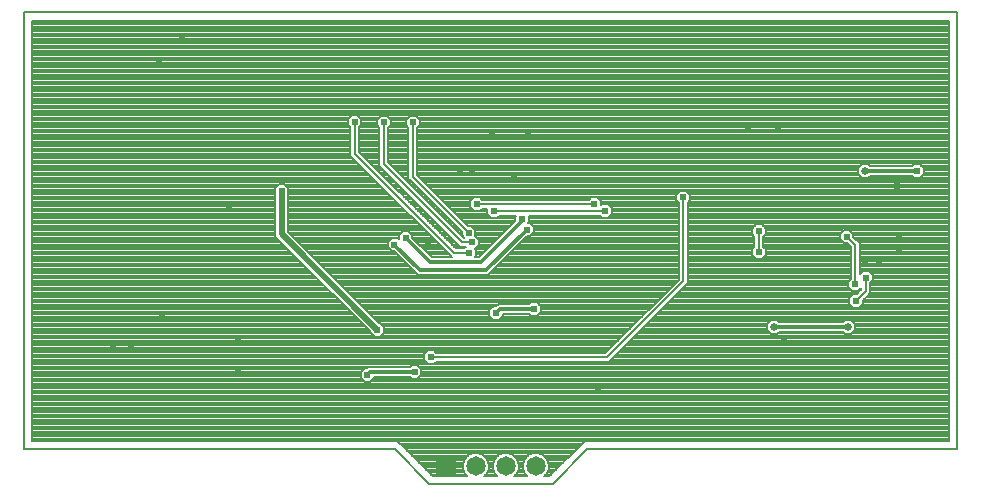
<source format=gbl>
G75*
%MOIN*%
%OFA0B0*%
%FSLAX25Y25*%
%IPPOS*%
%LPD*%
%AMOC8*
5,1,8,0,0,1.08239X$1,22.5*
%
%ADD10C,0.00600*%
%ADD11R,0.06500X0.06500*%
%ADD12C,0.06500*%
%ADD13C,0.02400*%
%ADD14C,0.01200*%
%ADD15C,0.00800*%
%ADD16C,0.02000*%
%ADD17C,0.02578*%
D10*
X0003112Y0018800D02*
X0003112Y0164469D01*
X0314136Y0164469D01*
X0314136Y0018800D01*
X0190812Y0018800D01*
X0179254Y0007200D01*
X0138112Y0007200D01*
X0126612Y0018800D01*
X0003112Y0018800D01*
D11*
X0143624Y0013200D03*
D12*
X0153624Y0013200D03*
X0163624Y0013200D03*
X0173624Y0013200D03*
D13*
X0191512Y0035800D03*
X0194512Y0038800D03*
X0160401Y0064211D03*
X0172912Y0065600D03*
X0151512Y0084300D03*
X0152312Y0087800D03*
X0151212Y0091100D03*
X0137812Y0087500D03*
X0130212Y0089300D03*
X0126512Y0087100D03*
X0154012Y0100500D03*
X0159612Y0098200D03*
X0169112Y0095600D03*
X0170612Y0092100D03*
X0193112Y0100500D03*
X0196612Y0098200D03*
X0222712Y0102800D03*
X0248012Y0091500D03*
X0248112Y0084500D03*
X0277212Y0089784D03*
X0276212Y0096500D03*
X0294712Y0090000D03*
X0294712Y0085200D03*
X0287912Y0081500D03*
X0283312Y0081500D03*
X0283612Y0076100D03*
X0280112Y0073800D03*
X0280412Y0068300D03*
X0256512Y0055800D03*
X0293912Y0106500D03*
X0300612Y0111600D03*
X0254512Y0125800D03*
X0244512Y0125800D03*
X0171112Y0124500D03*
X0159112Y0124500D03*
X0132612Y0127800D03*
X0122912Y0127800D03*
X0113212Y0127900D03*
X0148512Y0110800D03*
X0152512Y0110800D03*
X0166312Y0109900D03*
X0088873Y0104900D03*
X0071512Y0099800D03*
X0045612Y0130900D03*
X0039812Y0130900D03*
X0048112Y0148500D03*
X0055712Y0155600D03*
X0049112Y0063000D03*
X0038612Y0053500D03*
X0032712Y0053300D03*
X0074512Y0054800D03*
X0074512Y0044700D03*
X0117512Y0043695D03*
X0133212Y0044600D03*
X0138612Y0049500D03*
X0120823Y0058511D03*
D14*
X0118417Y0044600D02*
X0117512Y0043695D01*
X0118417Y0044600D02*
X0133212Y0044600D01*
X0160401Y0064211D02*
X0161791Y0065600D01*
X0172912Y0065600D01*
X0157012Y0078500D02*
X0135112Y0078500D01*
X0126512Y0087100D01*
X0130212Y0089300D02*
X0138312Y0081200D01*
X0155312Y0081200D01*
X0169112Y0095000D01*
X0169112Y0095600D01*
X0170612Y0092100D02*
X0157012Y0078500D01*
X0252925Y0059700D02*
X0277612Y0059700D01*
X0283312Y0111600D02*
X0300612Y0111600D01*
D15*
X0299059Y0109900D02*
X0299659Y0109300D01*
X0301565Y0109300D01*
X0302912Y0110647D01*
X0302912Y0112553D01*
X0301565Y0113900D01*
X0299659Y0113900D01*
X0299059Y0113300D01*
X0284991Y0113300D01*
X0284302Y0113989D01*
X0282323Y0113989D01*
X0280923Y0112590D01*
X0280923Y0110610D01*
X0282323Y0109211D01*
X0284302Y0109211D01*
X0284991Y0109900D01*
X0299059Y0109900D01*
X0299550Y0109409D02*
X0284500Y0109409D01*
X0282124Y0109409D02*
X0135024Y0109409D01*
X0135822Y0108611D02*
X0311436Y0108611D01*
X0311436Y0109409D02*
X0301674Y0109409D01*
X0302473Y0110208D02*
X0311436Y0110208D01*
X0311436Y0111006D02*
X0302912Y0111006D01*
X0302912Y0111805D02*
X0311436Y0111805D01*
X0311436Y0112603D02*
X0302861Y0112603D01*
X0302063Y0113402D02*
X0311436Y0113402D01*
X0311436Y0114201D02*
X0134112Y0114201D01*
X0134112Y0114999D02*
X0311436Y0114999D01*
X0311436Y0115798D02*
X0134112Y0115798D01*
X0134112Y0116596D02*
X0311436Y0116596D01*
X0311436Y0117395D02*
X0134112Y0117395D01*
X0134112Y0118193D02*
X0311436Y0118193D01*
X0311436Y0118992D02*
X0134112Y0118992D01*
X0134112Y0119790D02*
X0311436Y0119790D01*
X0311436Y0120589D02*
X0134112Y0120589D01*
X0134112Y0121387D02*
X0311436Y0121387D01*
X0311436Y0122186D02*
X0134112Y0122186D01*
X0134112Y0122984D02*
X0311436Y0122984D01*
X0311436Y0123783D02*
X0134112Y0123783D01*
X0134112Y0124581D02*
X0311436Y0124581D01*
X0311436Y0125380D02*
X0134112Y0125380D01*
X0134112Y0126047D02*
X0134912Y0126847D01*
X0134912Y0128753D01*
X0133565Y0130100D01*
X0131659Y0130100D01*
X0130312Y0128753D01*
X0130312Y0126847D01*
X0131112Y0126047D01*
X0131112Y0109079D01*
X0131991Y0108200D01*
X0148912Y0091279D01*
X0148912Y0090147D01*
X0149759Y0089300D01*
X0149733Y0089300D01*
X0124412Y0114621D01*
X0124412Y0126047D01*
X0125212Y0126847D01*
X0125212Y0128753D01*
X0123865Y0130100D01*
X0121959Y0130100D01*
X0120612Y0128753D01*
X0120612Y0126847D01*
X0121412Y0126047D01*
X0121412Y0113379D01*
X0148491Y0086300D01*
X0150259Y0086300D01*
X0149759Y0085800D01*
X0146933Y0085800D01*
X0114712Y0118021D01*
X0114712Y0126147D01*
X0115512Y0126947D01*
X0115512Y0128853D01*
X0114165Y0130200D01*
X0112259Y0130200D01*
X0110912Y0128853D01*
X0110912Y0126947D01*
X0111712Y0126147D01*
X0111712Y0116779D01*
X0145591Y0082900D01*
X0139016Y0082900D01*
X0132512Y0089404D01*
X0132512Y0090253D01*
X0131165Y0091600D01*
X0129259Y0091600D01*
X0127912Y0090253D01*
X0127912Y0088953D01*
X0127465Y0089400D01*
X0125559Y0089400D01*
X0124212Y0088053D01*
X0124212Y0086147D01*
X0125559Y0084800D01*
X0126408Y0084800D01*
X0133412Y0077796D01*
X0134408Y0076800D01*
X0157716Y0076800D01*
X0158712Y0077796D01*
X0170716Y0089800D01*
X0171565Y0089800D01*
X0172912Y0091147D01*
X0172912Y0093053D01*
X0171565Y0094400D01*
X0171165Y0094400D01*
X0171412Y0094647D01*
X0171412Y0096553D01*
X0171265Y0096700D01*
X0194859Y0096700D01*
X0195659Y0095900D01*
X0197565Y0095900D01*
X0198912Y0097247D01*
X0198912Y0099153D01*
X0197565Y0100500D01*
X0195659Y0100500D01*
X0195412Y0100253D01*
X0195412Y0101453D01*
X0194065Y0102800D01*
X0192159Y0102800D01*
X0191359Y0102000D01*
X0155765Y0102000D01*
X0154965Y0102800D01*
X0153059Y0102800D01*
X0151712Y0101453D01*
X0151712Y0099547D01*
X0153059Y0098200D01*
X0154965Y0098200D01*
X0155765Y0099000D01*
X0157312Y0099000D01*
X0157312Y0097247D01*
X0158659Y0095900D01*
X0160565Y0095900D01*
X0161365Y0096700D01*
X0166959Y0096700D01*
X0166812Y0096553D01*
X0166812Y0095104D01*
X0154608Y0082900D01*
X0153365Y0082900D01*
X0153812Y0083347D01*
X0153812Y0085253D01*
X0153415Y0085650D01*
X0154612Y0086847D01*
X0154612Y0088753D01*
X0153365Y0090000D01*
X0153512Y0090147D01*
X0153512Y0092053D01*
X0152165Y0093400D01*
X0151033Y0093400D01*
X0134112Y0110321D01*
X0134112Y0126047D01*
X0134243Y0126178D02*
X0311436Y0126178D01*
X0311436Y0126977D02*
X0134912Y0126977D01*
X0134912Y0127775D02*
X0311436Y0127775D01*
X0311436Y0128574D02*
X0134912Y0128574D01*
X0134293Y0129372D02*
X0311436Y0129372D01*
X0311436Y0130171D02*
X0114194Y0130171D01*
X0114993Y0129372D02*
X0121232Y0129372D01*
X0120612Y0128574D02*
X0115512Y0128574D01*
X0115512Y0127775D02*
X0120612Y0127775D01*
X0120612Y0126977D02*
X0115512Y0126977D01*
X0114743Y0126178D02*
X0121281Y0126178D01*
X0121412Y0125380D02*
X0114712Y0125380D01*
X0114712Y0124581D02*
X0121412Y0124581D01*
X0121412Y0123783D02*
X0114712Y0123783D01*
X0114712Y0122984D02*
X0121412Y0122984D01*
X0121412Y0122186D02*
X0114712Y0122186D01*
X0114712Y0121387D02*
X0121412Y0121387D01*
X0121412Y0120589D02*
X0114712Y0120589D01*
X0114712Y0119790D02*
X0121412Y0119790D01*
X0121412Y0118992D02*
X0114712Y0118992D01*
X0114712Y0118193D02*
X0121412Y0118193D01*
X0121412Y0117395D02*
X0115339Y0117395D01*
X0116137Y0116596D02*
X0121412Y0116596D01*
X0121412Y0115798D02*
X0116936Y0115798D01*
X0117734Y0114999D02*
X0121412Y0114999D01*
X0121412Y0114201D02*
X0118533Y0114201D01*
X0119331Y0113402D02*
X0121412Y0113402D01*
X0122187Y0112603D02*
X0120130Y0112603D01*
X0120928Y0111805D02*
X0122986Y0111805D01*
X0123784Y0111006D02*
X0121727Y0111006D01*
X0122525Y0110208D02*
X0124583Y0110208D01*
X0125381Y0109409D02*
X0123324Y0109409D01*
X0124122Y0108611D02*
X0126180Y0108611D01*
X0126978Y0107812D02*
X0124921Y0107812D01*
X0125719Y0107014D02*
X0127777Y0107014D01*
X0128575Y0106215D02*
X0126518Y0106215D01*
X0127316Y0105417D02*
X0129374Y0105417D01*
X0130172Y0104618D02*
X0128115Y0104618D01*
X0128914Y0103820D02*
X0130971Y0103820D01*
X0131769Y0103021D02*
X0129712Y0103021D01*
X0130511Y0102223D02*
X0132568Y0102223D01*
X0133366Y0101424D02*
X0131309Y0101424D01*
X0132108Y0100626D02*
X0134165Y0100626D01*
X0134963Y0099827D02*
X0132906Y0099827D01*
X0133705Y0099029D02*
X0135762Y0099029D01*
X0136560Y0098230D02*
X0134503Y0098230D01*
X0135302Y0097432D02*
X0137359Y0097432D01*
X0138157Y0096633D02*
X0136100Y0096633D01*
X0136899Y0095835D02*
X0138956Y0095835D01*
X0139754Y0095036D02*
X0137697Y0095036D01*
X0138496Y0094238D02*
X0140553Y0094238D01*
X0141352Y0093439D02*
X0139294Y0093439D01*
X0140093Y0092641D02*
X0142150Y0092641D01*
X0142949Y0091842D02*
X0140891Y0091842D01*
X0141690Y0091044D02*
X0143747Y0091044D01*
X0144546Y0090245D02*
X0142488Y0090245D01*
X0143287Y0089447D02*
X0145344Y0089447D01*
X0146143Y0088648D02*
X0144085Y0088648D01*
X0144884Y0087850D02*
X0146941Y0087850D01*
X0147740Y0087051D02*
X0145682Y0087051D01*
X0146481Y0086253D02*
X0150212Y0086253D01*
X0149112Y0087800D02*
X0122912Y0114000D01*
X0122912Y0127800D01*
X0124543Y0126178D02*
X0130981Y0126178D01*
X0131112Y0125380D02*
X0124412Y0125380D01*
X0124412Y0124581D02*
X0131112Y0124581D01*
X0131112Y0123783D02*
X0124412Y0123783D01*
X0124412Y0122984D02*
X0131112Y0122984D01*
X0131112Y0122186D02*
X0124412Y0122186D01*
X0124412Y0121387D02*
X0131112Y0121387D01*
X0131112Y0120589D02*
X0124412Y0120589D01*
X0124412Y0119790D02*
X0131112Y0119790D01*
X0131112Y0118992D02*
X0124412Y0118992D01*
X0124412Y0118193D02*
X0131112Y0118193D01*
X0131112Y0117395D02*
X0124412Y0117395D01*
X0124412Y0116596D02*
X0131112Y0116596D01*
X0131112Y0115798D02*
X0124412Y0115798D01*
X0124412Y0114999D02*
X0131112Y0114999D01*
X0131112Y0114201D02*
X0124833Y0114201D01*
X0125631Y0113402D02*
X0131112Y0113402D01*
X0131112Y0112603D02*
X0126430Y0112603D01*
X0127228Y0111805D02*
X0131112Y0111805D01*
X0131112Y0111006D02*
X0128027Y0111006D01*
X0128825Y0110208D02*
X0131112Y0110208D01*
X0131112Y0109409D02*
X0129624Y0109409D01*
X0130422Y0108611D02*
X0131580Y0108611D01*
X0131221Y0107812D02*
X0132378Y0107812D01*
X0132019Y0107014D02*
X0133177Y0107014D01*
X0132818Y0106215D02*
X0133975Y0106215D01*
X0133616Y0105417D02*
X0134774Y0105417D01*
X0134415Y0104618D02*
X0135572Y0104618D01*
X0135214Y0103820D02*
X0136371Y0103820D01*
X0136012Y0103021D02*
X0137169Y0103021D01*
X0136811Y0102223D02*
X0137968Y0102223D01*
X0137609Y0101424D02*
X0138766Y0101424D01*
X0138408Y0100626D02*
X0139565Y0100626D01*
X0139206Y0099827D02*
X0140363Y0099827D01*
X0140005Y0099029D02*
X0141162Y0099029D01*
X0140803Y0098230D02*
X0141960Y0098230D01*
X0141602Y0097432D02*
X0142759Y0097432D01*
X0142400Y0096633D02*
X0143557Y0096633D01*
X0143199Y0095835D02*
X0144356Y0095835D01*
X0143997Y0095036D02*
X0145154Y0095036D01*
X0144796Y0094238D02*
X0145953Y0094238D01*
X0145594Y0093439D02*
X0146752Y0093439D01*
X0146393Y0092641D02*
X0147550Y0092641D01*
X0147191Y0091842D02*
X0148349Y0091842D01*
X0147990Y0091044D02*
X0148912Y0091044D01*
X0148912Y0090245D02*
X0148788Y0090245D01*
X0149587Y0089447D02*
X0149613Y0089447D01*
X0149112Y0087800D02*
X0152312Y0087800D01*
X0153918Y0089447D02*
X0161155Y0089447D01*
X0161953Y0090245D02*
X0153512Y0090245D01*
X0153512Y0091044D02*
X0162752Y0091044D01*
X0163550Y0091842D02*
X0153512Y0091842D01*
X0152924Y0092641D02*
X0164349Y0092641D01*
X0165147Y0093439D02*
X0150994Y0093439D01*
X0150196Y0094238D02*
X0165946Y0094238D01*
X0166744Y0095036D02*
X0149397Y0095036D01*
X0148599Y0095835D02*
X0166812Y0095835D01*
X0166893Y0096633D02*
X0161298Y0096633D01*
X0159612Y0098200D02*
X0196612Y0098200D01*
X0198237Y0099827D02*
X0221212Y0099827D01*
X0221212Y0099029D02*
X0198912Y0099029D01*
X0198912Y0098230D02*
X0221212Y0098230D01*
X0221212Y0097432D02*
X0198912Y0097432D01*
X0198298Y0096633D02*
X0221212Y0096633D01*
X0221212Y0095835D02*
X0171412Y0095835D01*
X0171412Y0095036D02*
X0221212Y0095036D01*
X0221212Y0094238D02*
X0171727Y0094238D01*
X0172526Y0093439D02*
X0221212Y0093439D01*
X0221212Y0092641D02*
X0172912Y0092641D01*
X0172912Y0091842D02*
X0221212Y0091842D01*
X0221212Y0091044D02*
X0172808Y0091044D01*
X0172010Y0090245D02*
X0221212Y0090245D01*
X0221212Y0089447D02*
X0170363Y0089447D01*
X0169564Y0088648D02*
X0221212Y0088648D01*
X0221212Y0087850D02*
X0168766Y0087850D01*
X0167967Y0087051D02*
X0221212Y0087051D01*
X0221212Y0086253D02*
X0167169Y0086253D01*
X0166370Y0085454D02*
X0221212Y0085454D01*
X0221212Y0084656D02*
X0165572Y0084656D01*
X0164773Y0083857D02*
X0221212Y0083857D01*
X0221212Y0083059D02*
X0163975Y0083059D01*
X0163176Y0082260D02*
X0221212Y0082260D01*
X0221212Y0081462D02*
X0162378Y0081462D01*
X0161579Y0080663D02*
X0221212Y0080663D01*
X0221212Y0079865D02*
X0160781Y0079865D01*
X0159982Y0079066D02*
X0221212Y0079066D01*
X0221212Y0078268D02*
X0159184Y0078268D01*
X0158385Y0077469D02*
X0221212Y0077469D01*
X0221212Y0076670D02*
X0105633Y0076670D01*
X0106431Y0075872D02*
X0221212Y0075872D01*
X0221212Y0075421D02*
X0196791Y0051000D01*
X0140365Y0051000D01*
X0139565Y0051800D01*
X0137659Y0051800D01*
X0136312Y0050453D01*
X0136312Y0048547D01*
X0137659Y0047200D01*
X0139565Y0047200D01*
X0140365Y0048000D01*
X0198033Y0048000D01*
X0224212Y0074179D01*
X0224212Y0101047D01*
X0225012Y0101847D01*
X0225012Y0103753D01*
X0223665Y0105100D01*
X0221759Y0105100D01*
X0220412Y0103753D01*
X0220412Y0101847D01*
X0221212Y0101047D01*
X0221212Y0075421D01*
X0220864Y0075073D02*
X0107230Y0075073D01*
X0108028Y0074275D02*
X0220066Y0074275D01*
X0219267Y0073476D02*
X0108827Y0073476D01*
X0109625Y0072678D02*
X0218469Y0072678D01*
X0217670Y0071879D02*
X0110424Y0071879D01*
X0111222Y0071081D02*
X0216872Y0071081D01*
X0216073Y0070282D02*
X0112021Y0070282D01*
X0112819Y0069484D02*
X0215275Y0069484D01*
X0214476Y0068685D02*
X0113618Y0068685D01*
X0114416Y0067887D02*
X0171946Y0067887D01*
X0171959Y0067900D02*
X0171359Y0067300D01*
X0161087Y0067300D01*
X0160297Y0066511D01*
X0159449Y0066511D01*
X0158101Y0065163D01*
X0158101Y0063258D01*
X0159449Y0061911D01*
X0161354Y0061911D01*
X0162701Y0063258D01*
X0162701Y0063900D01*
X0171359Y0063900D01*
X0171959Y0063300D01*
X0173865Y0063300D01*
X0175212Y0064647D01*
X0175212Y0066553D01*
X0173865Y0067900D01*
X0171959Y0067900D01*
X0173878Y0067887D02*
X0213678Y0067887D01*
X0212879Y0067088D02*
X0174676Y0067088D01*
X0175212Y0066290D02*
X0212081Y0066290D01*
X0211282Y0065491D02*
X0175212Y0065491D01*
X0175212Y0064693D02*
X0210484Y0064693D01*
X0209685Y0063894D02*
X0174459Y0063894D01*
X0171365Y0063894D02*
X0162701Y0063894D01*
X0162539Y0063096D02*
X0208887Y0063096D01*
X0208088Y0062297D02*
X0161741Y0062297D01*
X0159062Y0062297D02*
X0120006Y0062297D01*
X0120804Y0061499D02*
X0207290Y0061499D01*
X0206491Y0060700D02*
X0121886Y0060700D01*
X0121775Y0060811D02*
X0121493Y0060811D01*
X0090973Y0091330D01*
X0090973Y0103747D01*
X0091173Y0103947D01*
X0091173Y0105853D01*
X0089825Y0107200D01*
X0087920Y0107200D01*
X0086573Y0105853D01*
X0086573Y0103947D01*
X0086773Y0103747D01*
X0086773Y0089591D01*
X0118523Y0057841D01*
X0118523Y0057558D01*
X0119870Y0056211D01*
X0121775Y0056211D01*
X0123123Y0057558D01*
X0123123Y0059463D01*
X0121775Y0060811D01*
X0122684Y0059902D02*
X0205692Y0059902D01*
X0204894Y0059103D02*
X0123123Y0059103D01*
X0123123Y0058305D02*
X0204095Y0058305D01*
X0203297Y0057506D02*
X0123071Y0057506D01*
X0122272Y0056708D02*
X0202498Y0056708D01*
X0201700Y0055909D02*
X0005812Y0055909D01*
X0005812Y0055111D02*
X0200901Y0055111D01*
X0200103Y0054312D02*
X0005812Y0054312D01*
X0005812Y0053514D02*
X0199304Y0053514D01*
X0198506Y0052715D02*
X0005812Y0052715D01*
X0005812Y0051917D02*
X0197707Y0051917D01*
X0196909Y0051118D02*
X0140247Y0051118D01*
X0138612Y0049500D02*
X0197412Y0049500D01*
X0222712Y0074800D01*
X0222712Y0102800D01*
X0220412Y0103021D02*
X0141412Y0103021D01*
X0142211Y0102223D02*
X0152482Y0102223D01*
X0151712Y0101424D02*
X0143009Y0101424D01*
X0143808Y0100626D02*
X0151712Y0100626D01*
X0151712Y0099827D02*
X0144606Y0099827D01*
X0145405Y0099029D02*
X0152231Y0099029D01*
X0153029Y0098230D02*
X0146203Y0098230D01*
X0147002Y0097432D02*
X0157312Y0097432D01*
X0157312Y0098230D02*
X0154995Y0098230D01*
X0154012Y0100500D02*
X0193112Y0100500D01*
X0195412Y0100626D02*
X0221212Y0100626D01*
X0220835Y0101424D02*
X0195412Y0101424D01*
X0194642Y0102223D02*
X0220412Y0102223D01*
X0220479Y0103820D02*
X0140614Y0103820D01*
X0139815Y0104618D02*
X0221278Y0104618D01*
X0224146Y0104618D02*
X0311436Y0104618D01*
X0311436Y0103820D02*
X0224945Y0103820D01*
X0225012Y0103021D02*
X0311436Y0103021D01*
X0311436Y0102223D02*
X0225012Y0102223D01*
X0224589Y0101424D02*
X0311436Y0101424D01*
X0311436Y0100626D02*
X0224212Y0100626D01*
X0224212Y0099827D02*
X0311436Y0099827D01*
X0311436Y0099029D02*
X0224212Y0099029D01*
X0224212Y0098230D02*
X0311436Y0098230D01*
X0311436Y0097432D02*
X0224212Y0097432D01*
X0224212Y0096633D02*
X0311436Y0096633D01*
X0311436Y0095835D02*
X0224212Y0095835D01*
X0224212Y0095036D02*
X0311436Y0095036D01*
X0311436Y0094238D02*
X0224212Y0094238D01*
X0224212Y0093439D02*
X0246699Y0093439D01*
X0247059Y0093800D02*
X0245712Y0092453D01*
X0245712Y0090547D01*
X0246512Y0089747D01*
X0246512Y0086153D01*
X0245812Y0085453D01*
X0245812Y0083547D01*
X0247159Y0082200D01*
X0249065Y0082200D01*
X0250412Y0083547D01*
X0250412Y0085453D01*
X0249512Y0086353D01*
X0249512Y0089747D01*
X0250312Y0090547D01*
X0250312Y0092453D01*
X0248965Y0093800D01*
X0247059Y0093800D01*
X0245900Y0092641D02*
X0224212Y0092641D01*
X0224212Y0091842D02*
X0245712Y0091842D01*
X0245712Y0091044D02*
X0224212Y0091044D01*
X0224212Y0090245D02*
X0246014Y0090245D01*
X0246512Y0089447D02*
X0224212Y0089447D01*
X0224212Y0088648D02*
X0246512Y0088648D01*
X0246512Y0087850D02*
X0224212Y0087850D01*
X0224212Y0087051D02*
X0246512Y0087051D01*
X0246512Y0086253D02*
X0224212Y0086253D01*
X0224212Y0085454D02*
X0245813Y0085454D01*
X0245812Y0084656D02*
X0224212Y0084656D01*
X0224212Y0083857D02*
X0245812Y0083857D01*
X0246301Y0083059D02*
X0224212Y0083059D01*
X0224212Y0082260D02*
X0247099Y0082260D01*
X0249125Y0082260D02*
X0278612Y0082260D01*
X0278612Y0081462D02*
X0224212Y0081462D01*
X0224212Y0080663D02*
X0278612Y0080663D01*
X0278612Y0079865D02*
X0224212Y0079865D01*
X0224212Y0079066D02*
X0278612Y0079066D01*
X0278612Y0078268D02*
X0224212Y0078268D01*
X0224212Y0077469D02*
X0278612Y0077469D01*
X0278612Y0076670D02*
X0224212Y0076670D01*
X0224212Y0075872D02*
X0278612Y0075872D01*
X0278612Y0075553D02*
X0277812Y0074753D01*
X0277812Y0072847D01*
X0279159Y0071500D01*
X0281065Y0071500D01*
X0282112Y0072547D01*
X0282112Y0072121D01*
X0280591Y0070600D01*
X0279459Y0070600D01*
X0278112Y0069253D01*
X0278112Y0067347D01*
X0279459Y0066000D01*
X0281365Y0066000D01*
X0282712Y0067347D01*
X0282712Y0068479D01*
X0284233Y0070000D01*
X0285112Y0070879D01*
X0285112Y0074347D01*
X0285912Y0075147D01*
X0285912Y0077053D01*
X0284565Y0078400D01*
X0282659Y0078400D01*
X0281612Y0077353D01*
X0281612Y0087506D01*
X0279512Y0089606D01*
X0279512Y0090737D01*
X0278165Y0092084D01*
X0276259Y0092084D01*
X0274912Y0090737D01*
X0274912Y0088832D01*
X0276259Y0087484D01*
X0277391Y0087484D01*
X0278612Y0086263D01*
X0278612Y0075553D01*
X0278133Y0075073D02*
X0224212Y0075073D01*
X0224212Y0074275D02*
X0277812Y0074275D01*
X0277812Y0073476D02*
X0223510Y0073476D01*
X0222711Y0072678D02*
X0277981Y0072678D01*
X0278780Y0071879D02*
X0221913Y0071879D01*
X0221114Y0071081D02*
X0281072Y0071081D01*
X0281444Y0071879D02*
X0281870Y0071879D01*
X0283612Y0071500D02*
X0283612Y0076100D01*
X0285912Y0075872D02*
X0311436Y0075872D01*
X0311436Y0076670D02*
X0285912Y0076670D01*
X0285496Y0077469D02*
X0311436Y0077469D01*
X0311436Y0078268D02*
X0284697Y0078268D01*
X0282527Y0078268D02*
X0281612Y0078268D01*
X0281612Y0079066D02*
X0311436Y0079066D01*
X0311436Y0079865D02*
X0281612Y0079865D01*
X0281612Y0080663D02*
X0311436Y0080663D01*
X0311436Y0081462D02*
X0281612Y0081462D01*
X0281612Y0082260D02*
X0311436Y0082260D01*
X0311436Y0083059D02*
X0281612Y0083059D01*
X0281612Y0083857D02*
X0311436Y0083857D01*
X0311436Y0084656D02*
X0281612Y0084656D01*
X0281612Y0085454D02*
X0311436Y0085454D01*
X0311436Y0086253D02*
X0281612Y0086253D01*
X0281612Y0087051D02*
X0311436Y0087051D01*
X0311436Y0087850D02*
X0281268Y0087850D01*
X0280469Y0088648D02*
X0311436Y0088648D01*
X0311436Y0089447D02*
X0279671Y0089447D01*
X0279512Y0090245D02*
X0311436Y0090245D01*
X0311436Y0091044D02*
X0279205Y0091044D01*
X0278407Y0091842D02*
X0311436Y0091842D01*
X0311436Y0092641D02*
X0250124Y0092641D01*
X0250312Y0091842D02*
X0276017Y0091842D01*
X0275219Y0091044D02*
X0250312Y0091044D01*
X0250010Y0090245D02*
X0274912Y0090245D01*
X0274912Y0089447D02*
X0249512Y0089447D01*
X0249512Y0088648D02*
X0275095Y0088648D01*
X0275894Y0087850D02*
X0249512Y0087850D01*
X0249512Y0087051D02*
X0277824Y0087051D01*
X0278612Y0086253D02*
X0249612Y0086253D01*
X0250411Y0085454D02*
X0278612Y0085454D01*
X0278612Y0084656D02*
X0250412Y0084656D01*
X0250412Y0083857D02*
X0278612Y0083857D01*
X0278612Y0083059D02*
X0249923Y0083059D01*
X0248112Y0084500D02*
X0248012Y0084600D01*
X0248012Y0091500D01*
X0249326Y0093439D02*
X0311436Y0093439D01*
X0311436Y0105417D02*
X0139016Y0105417D01*
X0138218Y0106215D02*
X0311436Y0106215D01*
X0311436Y0107014D02*
X0137419Y0107014D01*
X0136621Y0107812D02*
X0311436Y0107812D01*
X0299161Y0113402D02*
X0284889Y0113402D01*
X0281736Y0113402D02*
X0134112Y0113402D01*
X0134112Y0112603D02*
X0280937Y0112603D01*
X0280923Y0111805D02*
X0134112Y0111805D01*
X0134112Y0111006D02*
X0280923Y0111006D01*
X0281326Y0110208D02*
X0134225Y0110208D01*
X0132612Y0109700D02*
X0132612Y0127800D01*
X0130312Y0127775D02*
X0125212Y0127775D01*
X0125212Y0126977D02*
X0130312Y0126977D01*
X0130312Y0128574D02*
X0125212Y0128574D01*
X0124593Y0129372D02*
X0130932Y0129372D01*
X0113212Y0127900D02*
X0113212Y0117400D01*
X0146312Y0084300D01*
X0151512Y0084300D01*
X0153812Y0084656D02*
X0156364Y0084656D01*
X0157162Y0085454D02*
X0153611Y0085454D01*
X0154017Y0086253D02*
X0157961Y0086253D01*
X0158759Y0087051D02*
X0154612Y0087051D01*
X0154612Y0087850D02*
X0159558Y0087850D01*
X0160356Y0088648D02*
X0154612Y0088648D01*
X0151212Y0091100D02*
X0132612Y0109700D01*
X0123872Y0104618D02*
X0091173Y0104618D01*
X0091173Y0105417D02*
X0123074Y0105417D01*
X0122275Y0106215D02*
X0090810Y0106215D01*
X0090011Y0107014D02*
X0121477Y0107014D01*
X0120678Y0107812D02*
X0005812Y0107812D01*
X0005812Y0107014D02*
X0087734Y0107014D01*
X0086935Y0106215D02*
X0005812Y0106215D01*
X0005812Y0105417D02*
X0086573Y0105417D01*
X0086573Y0104618D02*
X0005812Y0104618D01*
X0005812Y0103820D02*
X0086700Y0103820D01*
X0086773Y0103021D02*
X0005812Y0103021D01*
X0005812Y0102223D02*
X0086773Y0102223D01*
X0086773Y0101424D02*
X0005812Y0101424D01*
X0005812Y0100626D02*
X0086773Y0100626D01*
X0086773Y0099827D02*
X0005812Y0099827D01*
X0005812Y0099029D02*
X0086773Y0099029D01*
X0086773Y0098230D02*
X0005812Y0098230D01*
X0005812Y0097432D02*
X0086773Y0097432D01*
X0086773Y0096633D02*
X0005812Y0096633D01*
X0005812Y0095835D02*
X0086773Y0095835D01*
X0086773Y0095036D02*
X0005812Y0095036D01*
X0005812Y0094238D02*
X0086773Y0094238D01*
X0086773Y0093439D02*
X0005812Y0093439D01*
X0005812Y0092641D02*
X0086773Y0092641D01*
X0086773Y0091842D02*
X0005812Y0091842D01*
X0005812Y0091044D02*
X0086773Y0091044D01*
X0086773Y0090245D02*
X0005812Y0090245D01*
X0005812Y0089447D02*
X0086917Y0089447D01*
X0087715Y0088648D02*
X0005812Y0088648D01*
X0005812Y0087850D02*
X0088514Y0087850D01*
X0089312Y0087051D02*
X0005812Y0087051D01*
X0005812Y0086253D02*
X0090111Y0086253D01*
X0090909Y0085454D02*
X0005812Y0085454D01*
X0005812Y0084656D02*
X0091708Y0084656D01*
X0092506Y0083857D02*
X0005812Y0083857D01*
X0005812Y0083059D02*
X0093305Y0083059D01*
X0094103Y0082260D02*
X0005812Y0082260D01*
X0005812Y0081462D02*
X0094902Y0081462D01*
X0095700Y0080663D02*
X0005812Y0080663D01*
X0005812Y0079865D02*
X0096499Y0079865D01*
X0097297Y0079066D02*
X0005812Y0079066D01*
X0005812Y0078268D02*
X0098096Y0078268D01*
X0098894Y0077469D02*
X0005812Y0077469D01*
X0005812Y0076670D02*
X0099693Y0076670D01*
X0100491Y0075872D02*
X0005812Y0075872D01*
X0005812Y0075073D02*
X0101290Y0075073D01*
X0102089Y0074275D02*
X0005812Y0074275D01*
X0005812Y0073476D02*
X0102887Y0073476D01*
X0103686Y0072678D02*
X0005812Y0072678D01*
X0005812Y0071879D02*
X0104484Y0071879D01*
X0105283Y0071081D02*
X0005812Y0071081D01*
X0005812Y0070282D02*
X0106081Y0070282D01*
X0106880Y0069484D02*
X0005812Y0069484D01*
X0005812Y0068685D02*
X0107678Y0068685D01*
X0108477Y0067887D02*
X0005812Y0067887D01*
X0005812Y0067088D02*
X0109275Y0067088D01*
X0110074Y0066290D02*
X0005812Y0066290D01*
X0005812Y0065491D02*
X0110872Y0065491D01*
X0111671Y0064693D02*
X0005812Y0064693D01*
X0005812Y0063894D02*
X0112469Y0063894D01*
X0113268Y0063096D02*
X0005812Y0063096D01*
X0005812Y0062297D02*
X0114066Y0062297D01*
X0114865Y0061499D02*
X0005812Y0061499D01*
X0005812Y0060700D02*
X0115663Y0060700D01*
X0116462Y0059902D02*
X0005812Y0059902D01*
X0005812Y0059103D02*
X0117260Y0059103D01*
X0118059Y0058305D02*
X0005812Y0058305D01*
X0005812Y0057506D02*
X0118574Y0057506D01*
X0119373Y0056708D02*
X0005812Y0056708D01*
X0005812Y0051118D02*
X0136978Y0051118D01*
X0136312Y0050320D02*
X0005812Y0050320D01*
X0005812Y0049521D02*
X0136312Y0049521D01*
X0136312Y0048723D02*
X0005812Y0048723D01*
X0005812Y0047924D02*
X0136935Y0047924D01*
X0134738Y0046327D02*
X0311436Y0046327D01*
X0311436Y0045529D02*
X0135512Y0045529D01*
X0135512Y0045553D02*
X0134165Y0046900D01*
X0132259Y0046900D01*
X0131659Y0046300D01*
X0117713Y0046300D01*
X0117408Y0045995D01*
X0116559Y0045995D01*
X0115212Y0044648D01*
X0115212Y0042743D01*
X0116559Y0041395D01*
X0118465Y0041395D01*
X0119812Y0042743D01*
X0119812Y0042900D01*
X0131659Y0042900D01*
X0132259Y0042300D01*
X0134165Y0042300D01*
X0135512Y0043647D01*
X0135512Y0045553D01*
X0135512Y0044730D02*
X0311436Y0044730D01*
X0311436Y0043932D02*
X0135512Y0043932D01*
X0134998Y0043133D02*
X0311436Y0043133D01*
X0311436Y0042334D02*
X0134199Y0042334D01*
X0132225Y0042334D02*
X0119404Y0042334D01*
X0118605Y0041536D02*
X0311436Y0041536D01*
X0311436Y0040737D02*
X0005812Y0040737D01*
X0005812Y0039939D02*
X0311436Y0039939D01*
X0311436Y0039140D02*
X0005812Y0039140D01*
X0005812Y0038342D02*
X0311436Y0038342D01*
X0311436Y0037543D02*
X0005812Y0037543D01*
X0005812Y0036745D02*
X0311436Y0036745D01*
X0311436Y0035946D02*
X0005812Y0035946D01*
X0005812Y0035148D02*
X0311436Y0035148D01*
X0311436Y0034349D02*
X0005812Y0034349D01*
X0005812Y0033551D02*
X0311436Y0033551D01*
X0311436Y0032752D02*
X0005812Y0032752D01*
X0005812Y0031954D02*
X0311436Y0031954D01*
X0311436Y0031155D02*
X0005812Y0031155D01*
X0005812Y0030357D02*
X0311436Y0030357D01*
X0311436Y0029558D02*
X0005812Y0029558D01*
X0005812Y0028760D02*
X0311436Y0028760D01*
X0311436Y0027961D02*
X0005812Y0027961D01*
X0005812Y0027163D02*
X0311436Y0027163D01*
X0311436Y0026364D02*
X0005812Y0026364D01*
X0005812Y0025566D02*
X0311436Y0025566D01*
X0311436Y0024767D02*
X0005812Y0024767D01*
X0005812Y0023969D02*
X0311436Y0023969D01*
X0311436Y0023170D02*
X0005812Y0023170D01*
X0005812Y0022372D02*
X0311436Y0022372D01*
X0311436Y0021573D02*
X0005812Y0021573D01*
X0005812Y0021500D02*
X0005812Y0161769D01*
X0311436Y0161769D01*
X0311436Y0021500D01*
X0191347Y0021500D01*
X0191344Y0021501D01*
X0190810Y0021500D01*
X0190275Y0021500D01*
X0190273Y0021499D01*
X0190270Y0021499D01*
X0189775Y0021293D01*
X0189283Y0021089D01*
X0189281Y0021087D01*
X0189279Y0021086D01*
X0188900Y0020706D01*
X0188523Y0020329D01*
X0188522Y0020327D01*
X0178133Y0009900D01*
X0176476Y0009900D01*
X0177312Y0010736D01*
X0177974Y0012335D01*
X0177974Y0014065D01*
X0177312Y0015664D01*
X0176088Y0016888D01*
X0174489Y0017550D01*
X0172759Y0017550D01*
X0171160Y0016888D01*
X0169936Y0015664D01*
X0169274Y0014065D01*
X0169274Y0012335D01*
X0169936Y0010736D01*
X0170772Y0009900D01*
X0166476Y0009900D01*
X0167312Y0010736D01*
X0167974Y0012335D01*
X0167974Y0014065D01*
X0167312Y0015664D01*
X0166088Y0016888D01*
X0164489Y0017550D01*
X0162759Y0017550D01*
X0161160Y0016888D01*
X0159936Y0015664D01*
X0159274Y0014065D01*
X0159274Y0012335D01*
X0159936Y0010736D01*
X0160772Y0009900D01*
X0156476Y0009900D01*
X0157312Y0010736D01*
X0157974Y0012335D01*
X0157974Y0014065D01*
X0157312Y0015664D01*
X0156088Y0016888D01*
X0154489Y0017550D01*
X0152759Y0017550D01*
X0151160Y0016888D01*
X0149936Y0015664D01*
X0149274Y0014065D01*
X0149274Y0012335D01*
X0149936Y0010736D01*
X0150772Y0009900D01*
X0139237Y0009900D01*
X0128903Y0020324D01*
X0128901Y0020329D01*
X0128525Y0020705D01*
X0128151Y0021082D01*
X0128146Y0021085D01*
X0128141Y0021089D01*
X0127651Y0021292D01*
X0127161Y0021498D01*
X0127155Y0021498D01*
X0127149Y0021500D01*
X0126618Y0021500D01*
X0126087Y0021502D01*
X0126081Y0021500D01*
X0005812Y0021500D01*
X0005812Y0041536D02*
X0116419Y0041536D01*
X0115620Y0042334D02*
X0005812Y0042334D01*
X0005812Y0043133D02*
X0115212Y0043133D01*
X0115212Y0043932D02*
X0005812Y0043932D01*
X0005812Y0044730D02*
X0115294Y0044730D01*
X0116093Y0045529D02*
X0005812Y0045529D01*
X0005812Y0046327D02*
X0131686Y0046327D01*
X0140289Y0047924D02*
X0311436Y0047924D01*
X0311436Y0047126D02*
X0005812Y0047126D01*
X0091259Y0091044D02*
X0128703Y0091044D01*
X0127912Y0090245D02*
X0092058Y0090245D01*
X0092856Y0089447D02*
X0127912Y0089447D01*
X0124808Y0088648D02*
X0093655Y0088648D01*
X0094454Y0087850D02*
X0124212Y0087850D01*
X0124212Y0087051D02*
X0095252Y0087051D01*
X0096051Y0086253D02*
X0124212Y0086253D01*
X0124905Y0085454D02*
X0096849Y0085454D01*
X0097648Y0084656D02*
X0126552Y0084656D01*
X0127351Y0083857D02*
X0098446Y0083857D01*
X0099245Y0083059D02*
X0128149Y0083059D01*
X0128948Y0082260D02*
X0100043Y0082260D01*
X0100842Y0081462D02*
X0129746Y0081462D01*
X0130545Y0080663D02*
X0101640Y0080663D01*
X0102439Y0079865D02*
X0131343Y0079865D01*
X0132142Y0079066D02*
X0103237Y0079066D01*
X0104036Y0078268D02*
X0132940Y0078268D01*
X0133739Y0077469D02*
X0104834Y0077469D01*
X0115215Y0067088D02*
X0160875Y0067088D01*
X0159228Y0066290D02*
X0116013Y0066290D01*
X0116812Y0065491D02*
X0158429Y0065491D01*
X0158101Y0064693D02*
X0117610Y0064693D01*
X0118409Y0063894D02*
X0158101Y0063894D01*
X0158264Y0063096D02*
X0119207Y0063096D01*
X0138858Y0083059D02*
X0145432Y0083059D01*
X0144634Y0083857D02*
X0138059Y0083857D01*
X0137261Y0084656D02*
X0143835Y0084656D01*
X0143037Y0085454D02*
X0136462Y0085454D01*
X0135664Y0086253D02*
X0142238Y0086253D01*
X0141440Y0087051D02*
X0134865Y0087051D01*
X0134067Y0087850D02*
X0140641Y0087850D01*
X0139843Y0088648D02*
X0133268Y0088648D01*
X0132512Y0089447D02*
X0139044Y0089447D01*
X0138246Y0090245D02*
X0132512Y0090245D01*
X0131721Y0091044D02*
X0137447Y0091044D01*
X0136649Y0091842D02*
X0090973Y0091842D01*
X0090973Y0092641D02*
X0135850Y0092641D01*
X0135052Y0093439D02*
X0090973Y0093439D01*
X0090973Y0094238D02*
X0134253Y0094238D01*
X0133454Y0095036D02*
X0090973Y0095036D01*
X0090973Y0095835D02*
X0132656Y0095835D01*
X0131857Y0096633D02*
X0090973Y0096633D01*
X0090973Y0097432D02*
X0131059Y0097432D01*
X0130260Y0098230D02*
X0090973Y0098230D01*
X0090973Y0099029D02*
X0129462Y0099029D01*
X0128663Y0099827D02*
X0090973Y0099827D01*
X0090973Y0100626D02*
X0127865Y0100626D01*
X0127066Y0101424D02*
X0090973Y0101424D01*
X0090973Y0102223D02*
X0126268Y0102223D01*
X0125469Y0103021D02*
X0090973Y0103021D01*
X0091045Y0103820D02*
X0124671Y0103820D01*
X0119880Y0108611D02*
X0005812Y0108611D01*
X0005812Y0109409D02*
X0119081Y0109409D01*
X0118283Y0110208D02*
X0005812Y0110208D01*
X0005812Y0111006D02*
X0117484Y0111006D01*
X0116686Y0111805D02*
X0005812Y0111805D01*
X0005812Y0112603D02*
X0115887Y0112603D01*
X0115089Y0113402D02*
X0005812Y0113402D01*
X0005812Y0114201D02*
X0114290Y0114201D01*
X0113492Y0114999D02*
X0005812Y0114999D01*
X0005812Y0115798D02*
X0112693Y0115798D01*
X0111895Y0116596D02*
X0005812Y0116596D01*
X0005812Y0117395D02*
X0111712Y0117395D01*
X0111712Y0118193D02*
X0005812Y0118193D01*
X0005812Y0118992D02*
X0111712Y0118992D01*
X0111712Y0119790D02*
X0005812Y0119790D01*
X0005812Y0120589D02*
X0111712Y0120589D01*
X0111712Y0121387D02*
X0005812Y0121387D01*
X0005812Y0122186D02*
X0111712Y0122186D01*
X0111712Y0122984D02*
X0005812Y0122984D01*
X0005812Y0123783D02*
X0111712Y0123783D01*
X0111712Y0124581D02*
X0005812Y0124581D01*
X0005812Y0125380D02*
X0111712Y0125380D01*
X0111681Y0126178D02*
X0005812Y0126178D01*
X0005812Y0126977D02*
X0110912Y0126977D01*
X0110912Y0127775D02*
X0005812Y0127775D01*
X0005812Y0128574D02*
X0110912Y0128574D01*
X0111432Y0129372D02*
X0005812Y0129372D01*
X0005812Y0130171D02*
X0112230Y0130171D01*
X0155542Y0102223D02*
X0191582Y0102223D01*
X0194926Y0096633D02*
X0171331Y0096633D01*
X0157926Y0096633D02*
X0147800Y0096633D01*
X0153812Y0083857D02*
X0155565Y0083857D01*
X0154766Y0083059D02*
X0153523Y0083059D01*
X0205144Y0055111D02*
X0311436Y0055111D01*
X0311436Y0055909D02*
X0205943Y0055909D01*
X0206741Y0056708D02*
X0311436Y0056708D01*
X0311436Y0057506D02*
X0278797Y0057506D01*
X0278602Y0057311D02*
X0280001Y0058710D01*
X0280001Y0060690D01*
X0278602Y0062089D01*
X0276623Y0062089D01*
X0275934Y0061400D01*
X0254604Y0061400D01*
X0253915Y0062089D01*
X0251936Y0062089D01*
X0250536Y0060690D01*
X0250536Y0058710D01*
X0251936Y0057311D01*
X0253915Y0057311D01*
X0254604Y0058000D01*
X0275934Y0058000D01*
X0276623Y0057311D01*
X0278602Y0057311D01*
X0279595Y0058305D02*
X0311436Y0058305D01*
X0311436Y0059103D02*
X0280001Y0059103D01*
X0280001Y0059902D02*
X0311436Y0059902D01*
X0311436Y0060700D02*
X0279990Y0060700D01*
X0279192Y0061499D02*
X0311436Y0061499D01*
X0311436Y0062297D02*
X0212331Y0062297D01*
X0213129Y0063096D02*
X0311436Y0063096D01*
X0311436Y0063894D02*
X0213928Y0063894D01*
X0214726Y0064693D02*
X0311436Y0064693D01*
X0311436Y0065491D02*
X0215525Y0065491D01*
X0216323Y0066290D02*
X0279170Y0066290D01*
X0278371Y0067088D02*
X0217122Y0067088D01*
X0217920Y0067887D02*
X0278112Y0067887D01*
X0278112Y0068685D02*
X0218719Y0068685D01*
X0219517Y0069484D02*
X0278343Y0069484D01*
X0279142Y0070282D02*
X0220316Y0070282D01*
X0211532Y0061499D02*
X0251346Y0061499D01*
X0250547Y0060700D02*
X0210734Y0060700D01*
X0209935Y0059902D02*
X0250536Y0059902D01*
X0250536Y0059103D02*
X0209137Y0059103D01*
X0208338Y0058305D02*
X0250942Y0058305D01*
X0251741Y0057506D02*
X0207540Y0057506D01*
X0204346Y0054312D02*
X0311436Y0054312D01*
X0311436Y0053514D02*
X0203547Y0053514D01*
X0202749Y0052715D02*
X0311436Y0052715D01*
X0311436Y0051917D02*
X0201950Y0051917D01*
X0201152Y0051118D02*
X0311436Y0051118D01*
X0311436Y0050320D02*
X0200353Y0050320D01*
X0199554Y0049521D02*
X0311436Y0049521D01*
X0311436Y0048723D02*
X0198756Y0048723D01*
X0188968Y0020775D02*
X0128456Y0020775D01*
X0129248Y0019976D02*
X0188173Y0019976D01*
X0187377Y0019178D02*
X0130040Y0019178D01*
X0130831Y0018379D02*
X0186581Y0018379D01*
X0185786Y0017581D02*
X0131623Y0017581D01*
X0132414Y0016782D02*
X0151054Y0016782D01*
X0150256Y0015984D02*
X0133206Y0015984D01*
X0133998Y0015185D02*
X0149738Y0015185D01*
X0149407Y0014387D02*
X0134789Y0014387D01*
X0135581Y0013588D02*
X0149274Y0013588D01*
X0149274Y0012790D02*
X0136373Y0012790D01*
X0137164Y0011991D02*
X0149416Y0011991D01*
X0149747Y0011193D02*
X0137956Y0011193D01*
X0138748Y0010394D02*
X0150278Y0010394D01*
X0156970Y0010394D02*
X0160278Y0010394D01*
X0159747Y0011193D02*
X0157501Y0011193D01*
X0157832Y0011991D02*
X0159416Y0011991D01*
X0159274Y0012790D02*
X0157974Y0012790D01*
X0157974Y0013588D02*
X0159274Y0013588D01*
X0159407Y0014387D02*
X0157841Y0014387D01*
X0157510Y0015185D02*
X0159738Y0015185D01*
X0160256Y0015984D02*
X0156992Y0015984D01*
X0156194Y0016782D02*
X0161054Y0016782D01*
X0166194Y0016782D02*
X0171054Y0016782D01*
X0170256Y0015984D02*
X0166992Y0015984D01*
X0167510Y0015185D02*
X0169738Y0015185D01*
X0169407Y0014387D02*
X0167841Y0014387D01*
X0167974Y0013588D02*
X0169274Y0013588D01*
X0169274Y0012790D02*
X0167974Y0012790D01*
X0167832Y0011991D02*
X0169416Y0011991D01*
X0169747Y0011193D02*
X0167501Y0011193D01*
X0166970Y0010394D02*
X0170278Y0010394D01*
X0176970Y0010394D02*
X0178625Y0010394D01*
X0179420Y0011193D02*
X0177501Y0011193D01*
X0177832Y0011991D02*
X0180216Y0011991D01*
X0181012Y0012790D02*
X0177974Y0012790D01*
X0177974Y0013588D02*
X0181807Y0013588D01*
X0182603Y0014387D02*
X0177841Y0014387D01*
X0177510Y0015185D02*
X0183399Y0015185D01*
X0184194Y0015984D02*
X0176992Y0015984D01*
X0176194Y0016782D02*
X0184990Y0016782D01*
X0254110Y0057506D02*
X0276427Y0057506D01*
X0276032Y0061499D02*
X0254505Y0061499D01*
X0280412Y0068300D02*
X0283612Y0071500D01*
X0284516Y0070282D02*
X0311436Y0070282D01*
X0311436Y0069484D02*
X0283717Y0069484D01*
X0282919Y0068685D02*
X0311436Y0068685D01*
X0311436Y0067887D02*
X0282712Y0067887D01*
X0282453Y0067088D02*
X0311436Y0067088D01*
X0311436Y0066290D02*
X0281655Y0066290D01*
X0285112Y0071081D02*
X0311436Y0071081D01*
X0311436Y0071879D02*
X0285112Y0071879D01*
X0285112Y0072678D02*
X0311436Y0072678D01*
X0311436Y0073476D02*
X0285112Y0073476D01*
X0285112Y0074275D02*
X0311436Y0074275D01*
X0311436Y0075073D02*
X0285838Y0075073D01*
X0281728Y0077469D02*
X0281612Y0077469D01*
X0280112Y0073800D02*
X0280112Y0086884D01*
X0277212Y0089784D01*
X0311436Y0130969D02*
X0005812Y0130969D01*
X0005812Y0131768D02*
X0311436Y0131768D01*
X0311436Y0132566D02*
X0005812Y0132566D01*
X0005812Y0133365D02*
X0311436Y0133365D01*
X0311436Y0134163D02*
X0005812Y0134163D01*
X0005812Y0134962D02*
X0311436Y0134962D01*
X0311436Y0135760D02*
X0005812Y0135760D01*
X0005812Y0136559D02*
X0311436Y0136559D01*
X0311436Y0137357D02*
X0005812Y0137357D01*
X0005812Y0138156D02*
X0311436Y0138156D01*
X0311436Y0138954D02*
X0005812Y0138954D01*
X0005812Y0139753D02*
X0311436Y0139753D01*
X0311436Y0140551D02*
X0005812Y0140551D01*
X0005812Y0141350D02*
X0311436Y0141350D01*
X0311436Y0142148D02*
X0005812Y0142148D01*
X0005812Y0142947D02*
X0311436Y0142947D01*
X0311436Y0143745D02*
X0005812Y0143745D01*
X0005812Y0144544D02*
X0311436Y0144544D01*
X0311436Y0145342D02*
X0005812Y0145342D01*
X0005812Y0146141D02*
X0311436Y0146141D01*
X0311436Y0146939D02*
X0005812Y0146939D01*
X0005812Y0147738D02*
X0311436Y0147738D01*
X0311436Y0148537D02*
X0005812Y0148537D01*
X0005812Y0149335D02*
X0311436Y0149335D01*
X0311436Y0150134D02*
X0005812Y0150134D01*
X0005812Y0150932D02*
X0311436Y0150932D01*
X0311436Y0151731D02*
X0005812Y0151731D01*
X0005812Y0152529D02*
X0311436Y0152529D01*
X0311436Y0153328D02*
X0005812Y0153328D01*
X0005812Y0154126D02*
X0311436Y0154126D01*
X0311436Y0154925D02*
X0005812Y0154925D01*
X0005812Y0155723D02*
X0311436Y0155723D01*
X0311436Y0156522D02*
X0005812Y0156522D01*
X0005812Y0157320D02*
X0311436Y0157320D01*
X0311436Y0158119D02*
X0005812Y0158119D01*
X0005812Y0158917D02*
X0311436Y0158917D01*
X0311436Y0159716D02*
X0005812Y0159716D01*
X0005812Y0160514D02*
X0311436Y0160514D01*
X0311436Y0161313D02*
X0005812Y0161313D01*
D16*
X0088873Y0104900D02*
X0088873Y0090461D01*
X0120823Y0058511D01*
D17*
X0252925Y0059700D03*
X0277612Y0059700D03*
X0283312Y0111600D03*
M02*

</source>
